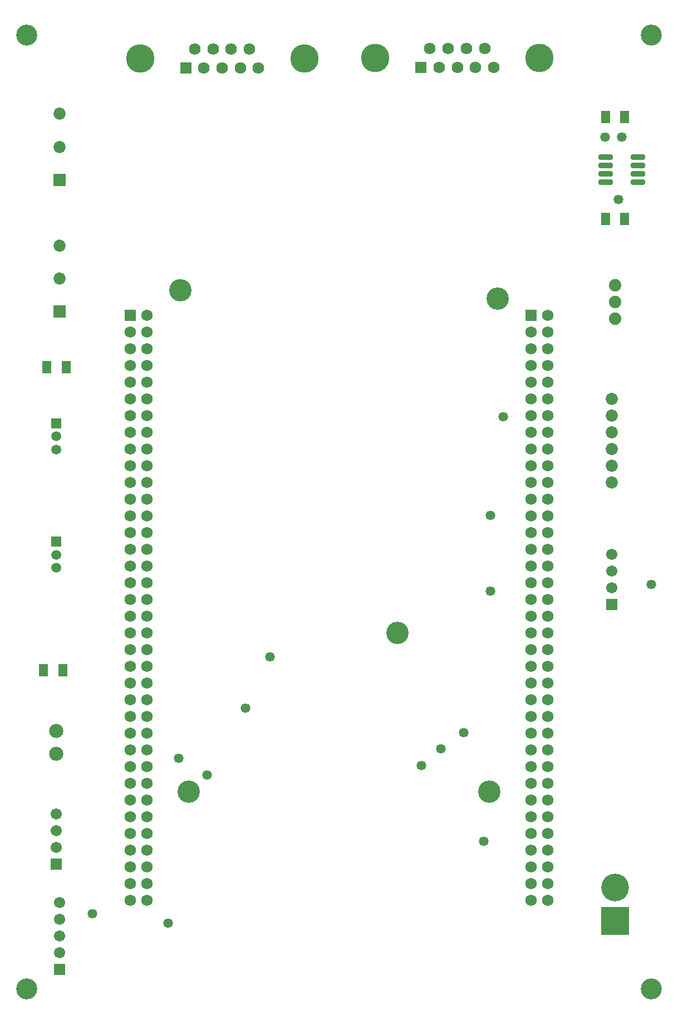
<source format=gts>
G04*
G04 #@! TF.GenerationSoftware,Altium Limited,Altium Designer,22.8.2 (66)*
G04*
G04 Layer_Color=8388736*
%FSLAX42Y42*%
%MOMM*%
G71*
G04*
G04 #@! TF.SameCoordinates,2FBAE4DF-68DC-433E-BD2C-A1B06293C93E*
G04*
G04*
G04 #@! TF.FilePolarity,Negative*
G04*
G01*
G75*
%ADD18R,1.33X1.97*%
G04:AMPARAMS|DCode=19|XSize=2.17mm|YSize=0.8mm|CornerRadius=0.18mm|HoleSize=0mm|Usage=FLASHONLY|Rotation=0.000|XOffset=0mm|YOffset=0mm|HoleType=Round|Shape=RoundedRectangle|*
%AMROUNDEDRECTD19*
21,1,2.17,0.45,0,0,0.0*
21,1,1.82,0.80,0,0,0.0*
1,1,0.35,0.91,-0.23*
1,1,0.35,-0.91,-0.23*
1,1,0.35,-0.91,0.23*
1,1,0.35,0.91,0.23*
%
%ADD19ROUNDEDRECTD19*%
%ADD20R,1.71X1.71*%
%ADD21C,1.71*%
%ADD22R,1.85X1.85*%
%ADD23C,1.85*%
%ADD24C,1.73*%
%ADD25C,3.40*%
%ADD26R,1.73X1.73*%
%ADD27C,2.15*%
%ADD28C,3.20*%
%ADD29C,1.78*%
%ADD30R,1.78X1.78*%
%ADD31C,4.32*%
%ADD32R,1.52X1.52*%
%ADD33C,1.52*%
%ADD34C,1.88*%
%ADD35C,4.20*%
%ADD36R,4.20X4.20*%
%ADD37C,1.47*%
D18*
X850Y9700D02*
D03*
X556D02*
D03*
X503Y5100D02*
D03*
X797D02*
D03*
X9347Y11950D02*
D03*
X9053D02*
D03*
Y13500D02*
D03*
X9347D02*
D03*
D19*
X9547Y12890D02*
D03*
Y12764D02*
D03*
Y12636D02*
D03*
Y12510D02*
D03*
X9053D02*
D03*
Y12636D02*
D03*
Y12764D02*
D03*
Y12890D02*
D03*
D20*
X700Y2146D02*
D03*
X9150Y6096D02*
D03*
X750Y550D02*
D03*
D21*
X700Y2400D02*
D03*
Y2654D02*
D03*
Y2908D02*
D03*
X9150Y6350D02*
D03*
Y6604D02*
D03*
Y6858D02*
D03*
X750Y804D02*
D03*
Y1058D02*
D03*
Y1312D02*
D03*
Y1566D02*
D03*
D22*
Y10550D02*
D03*
Y12550D02*
D03*
D23*
Y11050D02*
D03*
Y11550D02*
D03*
Y13050D02*
D03*
Y13550D02*
D03*
X9150Y8456D02*
D03*
Y8202D02*
D03*
Y7948D02*
D03*
Y8710D02*
D03*
Y8964D02*
D03*
Y9218D02*
D03*
D24*
X8175Y1601D02*
D03*
X7921D02*
D03*
X8175Y1855D02*
D03*
X7921D02*
D03*
X8175Y2109D02*
D03*
X7921D02*
D03*
X8175Y2363D02*
D03*
X7921D02*
D03*
X8175Y2617D02*
D03*
X7921D02*
D03*
X8175Y2871D02*
D03*
X7921D02*
D03*
X8175Y3125D02*
D03*
X7921D02*
D03*
X8175Y3379D02*
D03*
X7921D02*
D03*
X8175Y3633D02*
D03*
X7921D02*
D03*
X8175Y3887D02*
D03*
X7921D02*
D03*
X8175Y4141D02*
D03*
X7921D02*
D03*
X8175Y4395D02*
D03*
X7921D02*
D03*
X8175Y4649D02*
D03*
X7921D02*
D03*
X8175Y4903D02*
D03*
X7921D02*
D03*
X8175Y5157D02*
D03*
X7921D02*
D03*
X8175Y5411D02*
D03*
X7921D02*
D03*
X8175Y5665D02*
D03*
X7921D02*
D03*
X8175Y5919D02*
D03*
X7921D02*
D03*
X8175Y6173D02*
D03*
X7921D02*
D03*
X8175Y6427D02*
D03*
X7921D02*
D03*
X8175Y6681D02*
D03*
X7921D02*
D03*
X8175Y6935D02*
D03*
X7921D02*
D03*
X8175Y7189D02*
D03*
X7921D02*
D03*
X8175Y7443D02*
D03*
X7921D02*
D03*
X8175Y7697D02*
D03*
X7921D02*
D03*
X8175Y7951D02*
D03*
X7921D02*
D03*
X8175Y8205D02*
D03*
X7921D02*
D03*
X8175Y8459D02*
D03*
X7921D02*
D03*
X8175Y8713D02*
D03*
X7921D02*
D03*
X8175Y8967D02*
D03*
X7921D02*
D03*
X8175Y9221D02*
D03*
X7921D02*
D03*
X8175Y9475D02*
D03*
X7921D02*
D03*
X8175Y9729D02*
D03*
X7921D02*
D03*
X8175Y9983D02*
D03*
X7921D02*
D03*
X8175Y10237D02*
D03*
X7921D02*
D03*
X2079Y1603D02*
D03*
X1825D02*
D03*
X8175Y10491D02*
D03*
X2079Y1857D02*
D03*
X1825D02*
D03*
X2079Y2111D02*
D03*
X1825D02*
D03*
X2079Y2365D02*
D03*
X1825D02*
D03*
X2079Y2619D02*
D03*
X1825D02*
D03*
X2079Y2873D02*
D03*
X1825D02*
D03*
X2079Y3127D02*
D03*
X1825D02*
D03*
X2079Y3381D02*
D03*
X1825D02*
D03*
X2079Y3635D02*
D03*
X1825D02*
D03*
X2079Y3889D02*
D03*
X1825D02*
D03*
X2079Y4143D02*
D03*
X1825D02*
D03*
X2079Y4397D02*
D03*
X1825D02*
D03*
X2079Y4651D02*
D03*
X1825D02*
D03*
X2079Y4905D02*
D03*
X1825D02*
D03*
X2079Y5159D02*
D03*
X1825D02*
D03*
X2079Y5413D02*
D03*
X1825D02*
D03*
X2079Y5667D02*
D03*
X1825D02*
D03*
X2079Y5921D02*
D03*
X1825D02*
D03*
X2079Y6175D02*
D03*
X1825D02*
D03*
X2079Y6429D02*
D03*
X1825D02*
D03*
X2079Y6683D02*
D03*
X1825D02*
D03*
X2079Y6937D02*
D03*
X1825D02*
D03*
X2079Y7191D02*
D03*
X1825D02*
D03*
X2079Y7445D02*
D03*
X1825D02*
D03*
X2079Y7699D02*
D03*
X1825D02*
D03*
X2079Y7953D02*
D03*
X1825D02*
D03*
X2079Y8207D02*
D03*
X1825D02*
D03*
X2079Y8461D02*
D03*
X1825D02*
D03*
X2079Y8715D02*
D03*
X1825D02*
D03*
X2079Y8969D02*
D03*
X1825D02*
D03*
X2079Y9223D02*
D03*
X1825D02*
D03*
X2079Y9477D02*
D03*
X1825D02*
D03*
X2079Y9731D02*
D03*
X1825D02*
D03*
X2079Y9985D02*
D03*
X1825D02*
D03*
X2079Y10239D02*
D03*
X1825D02*
D03*
X2079Y10493D02*
D03*
D25*
X2587Y10874D02*
D03*
X5889Y5667D02*
D03*
X7413Y10747D02*
D03*
X7286Y3254D02*
D03*
X2714D02*
D03*
D26*
X7921Y10491D02*
D03*
X1825Y10493D02*
D03*
D27*
X700Y3825D02*
D03*
Y4175D02*
D03*
D28*
X250Y14750D02*
D03*
X9750D02*
D03*
Y250D02*
D03*
X250D02*
D03*
D29*
X3777Y14250D02*
D03*
X3638Y14534D02*
D03*
X3500Y14250D02*
D03*
X3362Y14534D02*
D03*
X3223Y14250D02*
D03*
X3084Y14534D02*
D03*
X2946Y14250D02*
D03*
X2808Y14534D02*
D03*
X6384Y14542D02*
D03*
X6522Y14258D02*
D03*
X6661Y14542D02*
D03*
X6800Y14258D02*
D03*
X6938Y14542D02*
D03*
X7076Y14258D02*
D03*
X7215Y14542D02*
D03*
X7354Y14258D02*
D03*
D30*
X2669Y14250D02*
D03*
X6246Y14258D02*
D03*
D31*
X4472Y14392D02*
D03*
X1974D02*
D03*
X5550Y14400D02*
D03*
X8049D02*
D03*
D32*
X700Y7050D02*
D03*
Y8850D02*
D03*
D33*
Y6850D02*
D03*
Y6650D02*
D03*
Y8650D02*
D03*
Y8450D02*
D03*
D34*
X9200Y10950D02*
D03*
Y10442D02*
D03*
Y10696D02*
D03*
D35*
Y1790D02*
D03*
D36*
Y1290D02*
D03*
D37*
X3950Y5300D02*
D03*
X3578Y4522D02*
D03*
X2992Y3508D02*
D03*
X2562Y3762D02*
D03*
X9750Y6400D02*
D03*
X9250Y12250D02*
D03*
X9300Y13200D02*
D03*
X6250Y3650D02*
D03*
X6550Y3900D02*
D03*
X6900Y4150D02*
D03*
X2400Y1250D02*
D03*
X7200Y2500D02*
D03*
X7300Y6300D02*
D03*
Y7450D02*
D03*
X7500Y8950D02*
D03*
X1250Y1400D02*
D03*
X9050Y13200D02*
D03*
M02*

</source>
